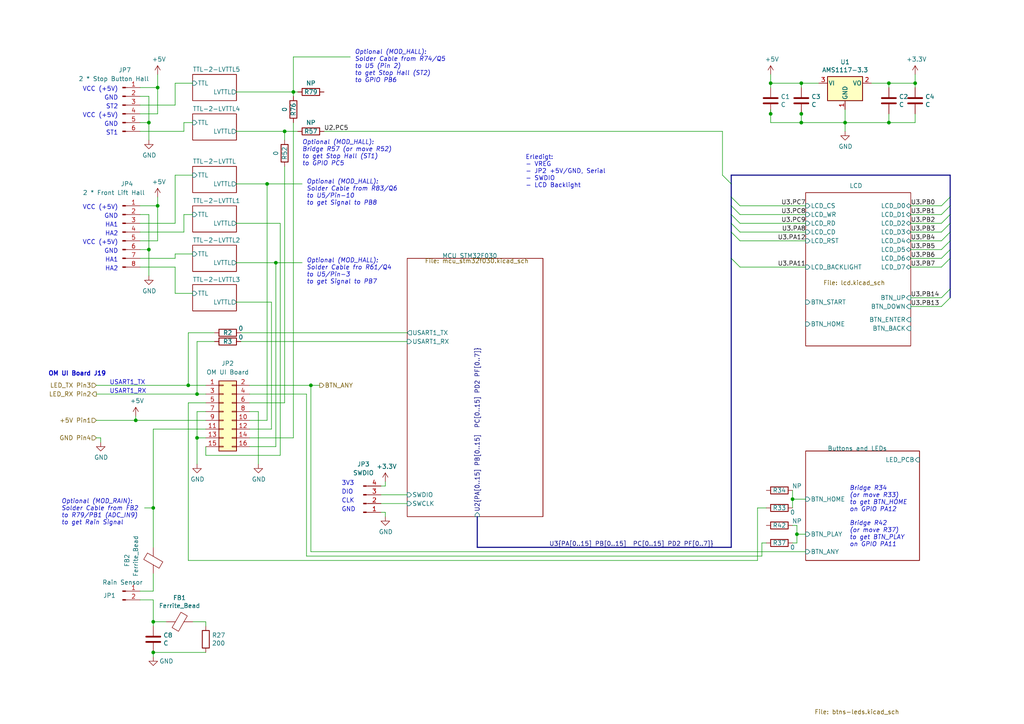
<source format=kicad_sch>
(kicad_sch (version 20211123) (generator eeschema)
  (paper "A4")
  (title_block (title "YardForce SA600H LCD CoverUI HS49067") (date "2023-08-22") (rev "0.1") (comment 1 "(c) Apehaenger") (comment 2 "For https://openmower.de") (comment 3 "PCB: WYPCB319B, WYM240128K1002") (comment 4 "LCD: WYM240128K10, 2019-12-14, HJ2818W6 A0"))
  (lib_symbols
    (symbol "Connector:Conn_01x02_Male" (pin_names (offset 1.016) hide)
      (property "Reference" "J" (at 0 2.54 0))
      (property "Value" "Conn_01x02_Male" (at 0 -5.08 0))
      (symbol "Conn_01x02_Male_1_1"
        (polyline (pts (xy 1.27 -2.54) (xy 0.8636 -2.54)) (stroke (width 0.1524)))
        (polyline (pts (xy 1.27 0) (xy 0.8636 0)) (stroke (width 0.1524)))
        (rectangle (start 0.8636 -2.413) (end 0 -2.667) (stroke (width 0.1524)) (fill (type outline)))
        (rectangle (start 0.8636 0.127) (end 0 -0.127) (stroke (width 0.1524)) (fill (type outline)))
        (pin passive line (at 5.08 0 180) (length 3.81) (name "Pin_1") (number "1"))
        (pin passive line (at 5.08 -2.54 180) (length 3.81) (name "Pin_2") (number "2"))
      )
    )
    (symbol "Connector:Conn_01x04_Male" (pin_names (offset 1.016) hide)
      (property "Reference" "J" (at 0 5.08 0))
      (property "Value" "Conn_01x04_Male" (at 0 -7.62 0))
      (symbol "Conn_01x04_Male_1_1"
        (polyline (pts (xy 1.27 -5.08) (xy 0.8636 -5.08)) (stroke (width 0.1524)))
        (polyline (pts (xy 1.27 -2.54) (xy 0.8636 -2.54)) (stroke (width 0.1524)))
        (polyline (pts (xy 1.27 0) (xy 0.8636 0)) (stroke (width 0.1524)))
        (polyline (pts (xy 1.27 2.54) (xy 0.8636 2.54)) (stroke (width 0.1524)))
        (rectangle (start 0.8636 -4.953) (end 0 -5.207) (stroke (width 0.1524)) (fill (type outline)))
        (rectangle (start 0.8636 -2.413) (end 0 -2.667) (stroke (width 0.1524)) (fill (type outline)))
        (rectangle (start 0.8636 0.127) (end 0 -0.127) (stroke (width 0.1524)) (fill (type outline)))
        (rectangle (start 0.8636 2.667) (end 0 2.413) (stroke (width 0.1524)) (fill (type outline)))
        (pin passive line (at 5.08 2.54 180) (length 3.81) (name "Pin_1") (number "1"))
        (pin passive line (at 5.08 0 180) (length 3.81) (name "Pin_2") (number "2"))
        (pin passive line (at 5.08 -2.54 180) (length 3.81) (name "Pin_3") (number "3"))
        (pin passive line (at 5.08 -5.08 180) (length 3.81) (name "Pin_4") (number "4"))
      )
    )
    (symbol "Connector:Conn_01x06_Male" (pin_names (offset 1.016) hide)
      (property "Reference" "J" (at 0 7.62 0))
      (property "Value" "Conn_01x06_Male" (at 0 -10.16 0))
      (symbol "Conn_01x06_Male_1_1"
        (polyline (pts (xy 1.27 -7.62) (xy 0.8636 -7.62)) (stroke (width 0.1524)))
        (polyline (pts (xy 1.27 -5.08) (xy 0.8636 -5.08)) (stroke (width 0.1524)))
        (polyline (pts (xy 1.27 -2.54) (xy 0.8636 -2.54)) (stroke (width 0.1524)))
        (polyline (pts (xy 1.27 0) (xy 0.8636 0)) (stroke (width 0.1524)))
        (polyline (pts (xy 1.27 2.54) (xy 0.8636 2.54)) (stroke (width 0.1524)))
        (polyline (pts (xy 1.27 5.08) (xy 0.8636 5.08)) (stroke (width 0.1524)))
        (rectangle (start 0.8636 -7.493) (end 0 -7.747) (stroke (width 0.1524)) (fill (type outline)))
        (rectangle (start 0.8636 -4.953) (end 0 -5.207) (stroke (width 0.1524)) (fill (type outline)))
        (rectangle (start 0.8636 -2.413) (end 0 -2.667) (stroke (width 0.1524)) (fill (type outline)))
        (rectangle (start 0.8636 0.127) (end 0 -0.127) (stroke (width 0.1524)) (fill (type outline)))
        (rectangle (start 0.8636 2.667) (end 0 2.413) (stroke (width 0.1524)) (fill (type outline)))
        (rectangle (start 0.8636 5.207) (end 0 4.953) (stroke (width 0.1524)) (fill (type outline)))
        (pin passive line (at 5.08 5.08 180) (length 3.81) (name "Pin_1") (number "1"))
        (pin passive line (at 5.08 2.54 180) (length 3.81) (name "Pin_2") (number "2"))
        (pin passive line (at 5.08 0 180) (length 3.81) (name "Pin_3") (number "3"))
        (pin passive line (at 5.08 -2.54 180) (length 3.81) (name "Pin_4") (number "4"))
        (pin passive line (at 5.08 -5.08 180) (length 3.81) (name "Pin_5") (number "5"))
        (pin passive line (at 5.08 -7.62 180) (length 3.81) (name "Pin_6") (number "6"))
      )
    )
    (symbol "Connector:Conn_01x08_Male" (pin_names (offset 1.016) hide)
      (property "Reference" "J" (at 0 10.16 0))
      (property "Value" "Conn_01x08_Male" (at 0 -12.7 0))
      (symbol "Conn_01x08_Male_1_1"
        (polyline (pts (xy 1.27 -10.16) (xy 0.8636 -10.16)) (stroke (width 0.1524)))
        (polyline (pts (xy 1.27 -7.62) (xy 0.8636 -7.62)) (stroke (width 0.1524)))
        (polyline (pts (xy 1.27 -5.08) (xy 0.8636 -5.08)) (stroke (width 0.1524)))
        (polyline (pts (xy 1.27 -2.54) (xy 0.8636 -2.54)) (stroke (width 0.1524)))
        (polyline (pts (xy 1.27 0) (xy 0.8636 0)) (stroke (width 0.1524)))
        (polyline (pts (xy 1.27 2.54) (xy 0.8636 2.54)) (stroke (width 0.1524)))
        (polyline (pts (xy 1.27 5.08) (xy 0.8636 5.08)) (stroke (width 0.1524)))
        (polyline (pts (xy 1.27 7.62) (xy 0.8636 7.62)) (stroke (width 0.1524)))
        (rectangle (start 0.8636 -10.033) (end 0 -10.287) (stroke (width 0.1524)) (fill (type outline)))
        (rectangle (start 0.8636 -7.493) (end 0 -7.747) (stroke (width 0.1524)) (fill (type outline)))
        (rectangle (start 0.8636 -4.953) (end 0 -5.207) (stroke (width 0.1524)) (fill (type outline)))
        (rectangle (start 0.8636 -2.413) (end 0 -2.667) (stroke (width 0.1524)) (fill (type outline)))
        (rectangle (start 0.8636 0.127) (end 0 -0.127) (stroke (width 0.1524)) (fill (type outline)))
        (rectangle (start 0.8636 2.667) (end 0 2.413) (stroke (width 0.1524)) (fill (type outline)))
        (rectangle (start 0.8636 5.207) (end 0 4.953) (stroke (width 0.1524)) (fill (type outline)))
        (rectangle (start 0.8636 7.747) (end 0 7.493) (stroke (width 0.1524)) (fill (type outline)))
        (pin passive line (at 5.08 7.62 180) (length 3.81) (name "Pin_1") (number "1"))
        (pin passive line (at 5.08 5.08 180) (length 3.81) (name "Pin_2") (number "2"))
        (pin passive line (at 5.08 2.54 180) (length 3.81) (name "Pin_3") (number "3"))
        (pin passive line (at 5.08 0 180) (length 3.81) (name "Pin_4") (number "4"))
        (pin passive line (at 5.08 -2.54 180) (length 3.81) (name "Pin_5") (number "5"))
        (pin passive line (at 5.08 -5.08 180) (length 3.81) (name "Pin_6") (number "6"))
        (pin passive line (at 5.08 -7.62 180) (length 3.81) (name "Pin_7") (number "7"))
        (pin passive line (at 5.08 -10.16 180) (length 3.81) (name "Pin_8") (number "8"))
      )
    )
    (symbol "Connector_Generic:Conn_02x08_Odd_Even" (pin_names (offset 1.016) hide)
      (property "Reference" "J" (at 1.27 10.16 0))
      (property "Value" "Conn_02x08_Odd_Even" (at 1.27 -12.7 0))
      (symbol "Conn_02x08_Odd_Even_1_1"
        (rectangle (start -1.27 -10.033) (end 0 -10.287) (stroke (width 0.1524)))
        (rectangle (start -1.27 -7.493) (end 0 -7.747) (stroke (width 0.1524)))
        (rectangle (start -1.27 -4.953) (end 0 -5.207) (stroke (width 0.1524)))
        (rectangle (start -1.27 -2.413) (end 0 -2.667) (stroke (width 0.1524)))
        (rectangle (start -1.27 0.127) (end 0 -0.127) (stroke (width 0.1524)))
        (rectangle (start -1.27 2.667) (end 0 2.413) (stroke (width 0.1524)))
        (rectangle (start -1.27 5.207) (end 0 4.953) (stroke (width 0.1524)))
        (rectangle (start -1.27 7.747) (end 0 7.493) (stroke (width 0.1524)))
        (rectangle (start -1.27 8.89) (end 3.81 -11.43) (stroke (width 0.254)) (fill (type background)))
        (rectangle (start 3.81 -10.033) (end 2.54 -10.287) (stroke (width 0.1524)))
        (rectangle (start 3.81 -7.493) (end 2.54 -7.747) (stroke (width 0.1524)))
        (rectangle (start 3.81 -4.953) (end 2.54 -5.207) (stroke (width 0.1524)))
        (rectangle (start 3.81 -2.413) (end 2.54 -2.667) (stroke (width 0.1524)))
        (rectangle (start 3.81 0.127) (end 2.54 -0.127) (stroke (width 0.1524)))
        (rectangle (start 3.81 2.667) (end 2.54 2.413) (stroke (width 0.1524)))
        (rectangle (start 3.81 5.207) (end 2.54 4.953) (stroke (width 0.1524)))
        (rectangle (start 3.81 7.747) (end 2.54 7.493) (stroke (width 0.1524)))
        (pin passive line (at -5.08 7.62 0) (length 3.81) (name "Pin_1") (number "1"))
        (pin passive line (at 7.62 -2.54 180) (length 3.81) (name "Pin_10") (number "10"))
        (pin passive line (at -5.08 -5.08 0) (length 3.81) (name "Pin_11") (number "11"))
        (pin passive line (at 7.62 -5.08 180) (length 3.81) (name "Pin_12") (number "12"))
        (pin passive line (at -5.08 -7.62 0) (length 3.81) (name "Pin_13") (number "13"))
        (pin passive line (at 7.62 -7.62 180) (length 3.81) (name "Pin_14") (number "14"))
        (pin passive line (at -5.08 -10.16 0) (length 3.81) (name "Pin_15") (number "15"))
        (pin passive line (at 7.62 -10.16 180) (length 3.81) (name "Pin_16") (number "16"))
        (pin passive line (at 7.62 7.62 180) (length 3.81) (name "Pin_2") (number "2"))
        (pin passive line (at -5.08 5.08 0) (length 3.81) (name "Pin_3") (number "3"))
        (pin passive line (at 7.62 5.08 180) (length 3.81) (name "Pin_4") (number "4"))
        (pin passive line (at -5.08 2.54 0) (length 3.81) (name "Pin_5") (number "5"))
        (pin passive line (at 7.62 2.54 180) (length 3.81) (name "Pin_6") (number "6"))
        (pin passive line (at -5.08 0 0) (length 3.81) (name "Pin_7") (number "7"))
        (pin passive line (at 7.62 0 180) (length 3.81) (name "Pin_8") (number "8"))
        (pin passive line (at -5.08 -2.54 0) (length 3.81) (name "Pin_9") (number "9"))
      )
    )
    (symbol "Device:C" (pin_numbers hide) (pin_names (offset 0.254))
      (property "Reference" "C" (at 0.635 2.54 0))
      (property "Value" "C" (at 0.635 -2.54 0))
      (symbol "C_0_1"
        (polyline (pts (xy -2.032 -0.762) (xy 2.032 -0.762)) (stroke (width 0.508)))
        (polyline (pts (xy -2.032 0.762) (xy 2.032 0.762)) (stroke (width 0.508)))
      )
      (symbol "C_1_1"
        (pin passive line (at 0 3.81 270) (length 2.794) (name "~") (number "1"))
        (pin passive line (at 0 -3.81 90) (length 2.794) (name "~") (number "2"))
      )
    )
    (symbol "Device:Ferrite_Bead" (pin_numbers hide) (pin_names (offset 0))
      (property "Reference" "FB" (at -3.81 0.635 90))
      (property "Value" "Device_Ferrite_Bead" (at 3.81 0 90))
      (symbol "Ferrite_Bead_0_1"
        (polyline (pts (xy 0 -1.27) (xy 0 -1.2192)))
        (polyline (pts (xy 0 1.27) (xy 0 1.2954)))
        (polyline (pts (xy -2.7686 0.4064) (xy -1.7018 2.2606) (xy 2.7686 -0.3048) (xy 1.6764 -2.159) (xy -2.7686 0.4064)))
      )
      (symbol "Ferrite_Bead_1_1"
        (pin passive line (at 0 3.81 270) (length 2.54) (name "~") (number "1"))
        (pin passive line (at 0 -3.81 90) (length 2.54) (name "~") (number "2"))
      )
    )
    (symbol "Device:R" (pin_numbers hide) (pin_names (offset 0))
      (property "Reference" "R" (at 2.032 0 90))
      (property "Value" "R" (at 0 0 90))
      (symbol "R_0_1"
        (rectangle (start -1.016 -2.54) (end 1.016 2.54) (stroke (width 0.254)))
      )
      (symbol "R_1_1"
        (pin passive line (at 0 3.81 270) (length 1.27) (name "~") (number "1"))
        (pin passive line (at 0 -3.81 90) (length 1.27) (name "~") (number "2"))
      )
    )
    (symbol "Regulator_Linear:AMS1117-3.3" (pin_names (offset 0.254))
      (property "Reference" "U" (at -3.81 3.175 0))
      (property "Value" "AMS1117-3.3" (at 0 3.175 0))
      (symbol "AMS1117-3.3_0_1"
        (rectangle (start -5.08 -5.08) (end 5.08 1.905) (stroke (width 0.254)) (fill (type background)))
      )
      (symbol "AMS1117-3.3_1_1"
        (pin power_in line (at 0 -7.62 90) (length 2.54) (name "GND") (number "1"))
        (pin power_out line (at 7.62 0 180) (length 2.54) (name "VO") (number "2"))
        (pin power_in line (at -7.62 0 0) (length 2.54) (name "VI") (number "3"))
      )
    )
    (symbol "power:+3.3V" (power) (pin_names (offset 0))
      (property "Value" "+3.3V" (at 0 3.556 0))
      (symbol "+3.3V_0_1"
        (polyline (pts (xy -0.762 1.27) (xy 0 2.54)))
        (polyline (pts (xy 0 0) (xy 0 2.54)))
        (polyline (pts (xy 0 2.54) (xy 0.762 1.27)))
      )
      (symbol "+3.3V_1_1"
        (pin power_in line (at 0 0 90) (length 0) hide (name "+3.3V") (number "1"))
      )
    )
    (symbol "power:+5V" (power) (pin_names (offset 0))
      (property "Value" "+5V" (at 0 3.556 0))
      (symbol "+5V_0_1"
        (polyline (pts (xy -0.762 1.27) (xy 0 2.54)))
        (polyline (pts (xy 0 0) (xy 0 2.54)))
        (polyline (pts (xy 0 2.54) (xy 0.762 1.27)))
      )
      (symbol "+5V_1_1"
        (pin power_in line (at 0 0 90) (length 0) hide (name "+5V") (number "1"))
      )
    )
    (symbol "power:GND" (power) (pin_names (offset 0))
      (property "Value" "GND" (at 0 -3.81 0))
      (symbol "GND_0_1"
        (polyline (pts (xy 0 0) (xy 0 -1.27) (xy 1.27 -1.27) (xy 0 -2.54) (xy -1.27 -1.27) (xy 0 -1.27)))
      )
      (symbol "GND_1_1"
        (pin power_in line (at 0 0 270) (length 0) hide (name "GND") (number "1"))
      )
    )
  )
  (junction (at 223.52 33.02))
  (junction (at 45.72 25.4))
  (junction (at 57.15 114.3))
  (junction (at 231.14 154.94))
  (junction (at 57.15 127))
  (junction (at 77.47 53.34))
  (junction (at 80.01 76.2))
  (junction (at 245.11 35.56))
  (junction (at 232.41 35.56))
  (junction (at 85.09 26.67))
  (junction (at 39.37 121.92))
  (junction (at 82.55 38.1))
  (junction (at 257.81 35.56))
  (junction (at 257.81 24.13))
  (junction (at 232.41 24.13))
  (junction (at 90.17 111.76))
  (junction (at 44.45 189.23))
  (junction (at 54.61 111.76))
  (junction (at 265.43 24.13))
  (junction (at 229.87 144.78))
  (junction (at 43.18 35.56))
  (junction (at 45.72 59.69))
  (junction (at 232.41 33.02))
  (junction (at 44.45 147.32))
  (junction (at 43.18 72.39))
  (junction (at 223.52 24.13))
  (junction (at 44.45 180.34))
  (bus_entry (at 275.59 67.31) (size -2.54 2.54))
  (bus_entry (at 212.09 74.93) (size 2.54 2.54))
  (bus_entry (at 275.59 72.39) (size -2.54 2.54))
  (bus_entry (at 275.59 64.77) (size -2.54 2.54))
  (bus_entry (at 212.09 57.15) (size 2.54 2.54))
  (bus_entry (at 212.09 53.34) (size -2.54 -2.54))
  (bus_entry (at 273.05 86.36) (size 2.54 -2.54))
  (bus_entry (at 212.09 67.31) (size 2.54 2.54))
  (bus_entry (at 275.59 59.69) (size -2.54 2.54))
  (bus_entry (at 212.09 64.77) (size 2.54 2.54))
  (bus_entry (at 275.59 69.85) (size -2.54 2.54))
  (bus_entry (at 273.05 64.77) (size 2.54 -2.54))
  (bus_entry (at 275.59 74.93) (size -2.54 2.54))
  (bus_entry (at 273.05 88.9) (size 2.54 -2.54))
  (bus_entry (at 212.09 59.69) (size 2.54 2.54))
  (bus_entry (at 212.09 62.23) (size 2.54 2.54))
  (bus_entry (at 275.59 57.15) (size -2.54 2.54))
  (wire (pts (xy 265.43 24.13) (xy 265.43 25.4)))
  (wire (pts (xy 90.17 111.76) (xy 90.17 160.02)))
  (bus (pts (xy 212.09 50.8) (xy 275.59 50.8)))
  (wire (pts (xy 264.16 59.69) (xy 273.05 59.69)))
  (bus (pts (xy 212.09 53.34) (xy 212.09 50.8)))
  (wire (pts (xy 57.15 114.3) (xy 59.69 114.3)))
  (wire (pts (xy 223.52 24.13) (xy 223.52 25.4)))
  (wire (pts (xy 68.58 38.1) (xy 82.55 38.1)))
  (wire (pts (xy 69.85 96.52) (xy 118.11 96.52)))
  (wire (pts (xy 219.71 162.56) (xy 219.71 147.32)))
  (bus (pts (xy 275.59 72.39) (xy 275.59 74.93)))
  (wire (pts (xy 44.45 147.32) (xy 44.45 158.75)))
  (wire (pts (xy 229.87 144.78) (xy 229.87 147.32)))
  (wire (pts (xy 41.91 147.32) (xy 44.45 147.32)))
  (wire (pts (xy 232.41 33.02) (xy 232.41 35.56)))
  (wire (pts (xy 40.64 59.69) (xy 45.72 59.69)))
  (wire (pts (xy 40.64 173.99) (xy 44.45 173.99)))
  (wire (pts (xy 68.58 76.2) (xy 80.01 76.2)))
  (wire (pts (xy 82.55 38.1) (xy 82.55 40.64)))
  (wire (pts (xy 232.41 24.13) (xy 237.49 24.13)))
  (wire (pts (xy 86.36 38.1) (xy 82.55 38.1)))
  (bus (pts (xy 275.59 64.77) (xy 275.59 67.31)))
  (wire (pts (xy 264.16 62.23) (xy 273.05 62.23)))
  (wire (pts (xy 50.8 24.13) (xy 55.88 24.13)))
  (wire (pts (xy 72.39 114.3) (xy 88.9 114.3)))
  (wire (pts (xy 264.16 67.31) (xy 273.05 67.31)))
  (wire (pts (xy 90.17 160.02) (xy 233.68 160.02)))
  (wire (pts (xy 85.09 35.56) (xy 85.09 127)))
  (wire (pts (xy 110.49 148.59) (xy 111.76 148.59)))
  (wire (pts (xy 257.81 24.13) (xy 265.43 24.13)))
  (wire (pts (xy 85.09 26.67) (xy 85.09 27.94)))
  (wire (pts (xy 68.58 53.34) (xy 77.47 53.34)))
  (bus (pts (xy 275.59 57.15) (xy 275.59 59.69)))
  (wire (pts (xy 245.11 31.75) (xy 245.11 35.56)))
  (wire (pts (xy 85.09 16.51) (xy 101.6 16.51)))
  (wire (pts (xy 50.8 50.8) (xy 55.88 50.8)))
  (wire (pts (xy 40.64 30.48) (xy 50.8 30.48)))
  (wire (pts (xy 27.94 114.3) (xy 57.15 114.3)))
  (wire (pts (xy 110.49 146.05) (xy 118.11 146.05)))
  (wire (pts (xy 264.16 77.47) (xy 273.05 77.47)))
  (wire (pts (xy 68.58 64.77) (xy 81.28 64.77)))
  (wire (pts (xy 27.94 111.76) (xy 54.61 111.76)))
  (wire (pts (xy 39.37 121.92) (xy 59.69 121.92)))
  (bus (pts (xy 212.09 59.69) (xy 212.09 57.15)))
  (wire (pts (xy 50.8 85.09) (xy 55.88 85.09)))
  (wire (pts (xy 50.8 74.93) (xy 50.8 73.66)))
  (wire (pts (xy 45.72 59.69) (xy 45.72 69.85)))
  (wire (pts (xy 223.52 33.02) (xy 223.52 35.56)))
  (wire (pts (xy 231.14 154.94) (xy 231.14 152.4)))
  (bus (pts (xy 212.09 62.23) (xy 212.09 59.69)))
  (wire (pts (xy 29.21 127) (xy 29.21 128.27)))
  (wire (pts (xy 50.8 64.77) (xy 50.8 50.8)))
  (wire (pts (xy 265.43 35.56) (xy 265.43 33.02)))
  (wire (pts (xy 232.41 35.56) (xy 245.11 35.56)))
  (wire (pts (xy 90.17 111.76) (xy 92.71 111.76)))
  (wire (pts (xy 43.18 72.39) (xy 40.64 72.39)))
  (wire (pts (xy 68.58 87.63) (xy 78.74 87.63)))
  (wire (pts (xy 54.61 96.52) (xy 54.61 111.76)))
  (wire (pts (xy 74.93 119.38) (xy 74.93 134.62)))
  (wire (pts (xy 77.47 53.34) (xy 77.47 121.92)))
  (wire (pts (xy 59.69 189.23) (xy 44.45 189.23)))
  (wire (pts (xy 110.49 143.51) (xy 118.11 143.51)))
  (wire (pts (xy 209.55 50.8) (xy 209.55 38.1)))
  (wire (pts (xy 44.45 124.46) (xy 59.69 124.46)))
  (wire (pts (xy 223.52 24.13) (xy 232.41 24.13)))
  (wire (pts (xy 44.45 124.46) (xy 44.45 147.32)))
  (wire (pts (xy 110.49 140.97) (xy 111.76 140.97)))
  (wire (pts (xy 245.11 35.56) (xy 257.81 35.56)))
  (wire (pts (xy 43.18 27.94) (xy 43.18 35.56)))
  (wire (pts (xy 59.69 116.84) (xy 54.61 116.84)))
  (wire (pts (xy 85.09 26.67) (xy 68.58 26.67)))
  (bus (pts (xy 275.59 62.23) (xy 275.59 64.77)))
  (wire (pts (xy 40.64 25.4) (xy 45.72 25.4)))
  (wire (pts (xy 72.39 111.76) (xy 90.17 111.76)))
  (wire (pts (xy 219.71 162.56) (xy 54.61 162.56)))
  (wire (pts (xy 252.73 24.13) (xy 257.81 24.13)))
  (wire (pts (xy 62.23 96.52) (xy 54.61 96.52)))
  (wire (pts (xy 257.81 35.56) (xy 265.43 35.56)))
  (wire (pts (xy 82.55 116.84) (xy 72.39 116.84)))
  (wire (pts (xy 40.64 74.93) (xy 50.8 74.93)))
  (wire (pts (xy 72.39 119.38) (xy 74.93 119.38)))
  (bus (pts (xy 275.59 83.82) (xy 275.59 86.36)))
  (wire (pts (xy 59.69 180.34) (xy 55.88 180.34)))
  (wire (pts (xy 59.69 119.38) (xy 57.15 119.38)))
  (wire (pts (xy 232.41 31.75) (xy 232.41 33.02)))
  (wire (pts (xy 80.01 76.2) (xy 87.63 76.2)))
  (wire (pts (xy 85.09 26.67) (xy 85.09 16.51)))
  (wire (pts (xy 50.8 77.47) (xy 50.8 85.09)))
  (wire (pts (xy 50.8 73.66) (xy 55.88 73.66)))
  (wire (pts (xy 231.14 157.48) (xy 231.14 154.94)))
  (wire (pts (xy 39.37 120.65) (xy 39.37 121.92)))
  (wire (pts (xy 69.85 99.06) (xy 118.11 99.06)))
  (wire (pts (xy 214.63 62.23) (xy 233.68 62.23)))
  (wire (pts (xy 57.15 127) (xy 59.69 127)))
  (wire (pts (xy 214.63 64.77) (xy 233.68 64.77)))
  (bus (pts (xy 275.59 69.85) (xy 275.59 72.39)))
  (wire (pts (xy 44.45 173.99) (xy 44.45 180.34)))
  (wire (pts (xy 77.47 121.92) (xy 72.39 121.92)))
  (wire (pts (xy 45.72 25.4) (xy 45.72 33.02)))
  (wire (pts (xy 223.52 24.13) (xy 223.52 21.59)))
  (wire (pts (xy 264.16 64.77) (xy 273.05 64.77)))
  (wire (pts (xy 53.34 67.31) (xy 53.34 62.23)))
  (wire (pts (xy 80.01 76.2) (xy 80.01 129.54)))
  (wire (pts (xy 43.18 72.39) (xy 43.18 80.01)))
  (wire (pts (xy 214.63 77.47) (xy 233.68 77.47)))
  (wire (pts (xy 45.72 69.85) (xy 40.64 69.85)))
  (wire (pts (xy 220.98 161.29) (xy 88.9 161.29)))
  (wire (pts (xy 245.11 35.56) (xy 245.11 38.1)))
  (wire (pts (xy 220.98 161.29) (xy 220.98 157.48)))
  (wire (pts (xy 40.64 171.45) (xy 44.45 171.45)))
  (wire (pts (xy 264.16 86.36) (xy 273.05 86.36)))
  (wire (pts (xy 223.52 35.56) (xy 232.41 35.56)))
  (wire (pts (xy 214.63 69.85) (xy 233.68 69.85)))
  (wire (pts (xy 53.34 35.56) (xy 55.88 35.56)))
  (wire (pts (xy 40.64 38.1) (xy 53.34 38.1)))
  (wire (pts (xy 59.69 181.61) (xy 59.69 180.34)))
  (wire (pts (xy 231.14 152.4) (xy 229.87 152.4)))
  (wire (pts (xy 45.72 57.15) (xy 45.72 59.69)))
  (wire (pts (xy 40.64 62.23) (xy 43.18 62.23)))
  (wire (pts (xy 264.16 69.85) (xy 273.05 69.85)))
  (wire (pts (xy 53.34 38.1) (xy 53.34 35.56)))
  (wire (pts (xy 59.69 132.08) (xy 59.69 129.54)))
  (wire (pts (xy 27.94 127) (xy 29.21 127)))
  (wire (pts (xy 44.45 189.23) (xy 44.45 190.5)))
  (wire (pts (xy 54.61 116.84) (xy 54.61 162.56)))
  (wire (pts (xy 44.45 181.61) (xy 44.45 180.34)))
  (wire (pts (xy 43.18 62.23) (xy 43.18 72.39)))
  (wire (pts (xy 77.47 53.34) (xy 87.63 53.34)))
  (bus (pts (xy 138.43 158.75) (xy 138.43 149.86)))
  (wire (pts (xy 85.09 26.67) (xy 86.36 26.67)))
  (wire (pts (xy 40.64 64.77) (xy 50.8 64.77)))
  (wire (pts (xy 80.01 129.54) (xy 72.39 129.54)))
  (bus (pts (xy 212.09 74.93) (xy 212.09 158.75)))
  (wire (pts (xy 44.45 166.37) (xy 44.45 171.45)))
  (wire (pts (xy 264.16 72.39) (xy 273.05 72.39)))
  (wire (pts (xy 40.64 77.47) (xy 50.8 77.47)))
  (wire (pts (xy 57.15 99.06) (xy 57.15 114.3)))
  (wire (pts (xy 220.98 157.48) (xy 222.25 157.48)))
  (wire (pts (xy 50.8 30.48) (xy 50.8 24.13)))
  (wire (pts (xy 57.15 119.38) (xy 57.15 127)))
  (wire (pts (xy 233.68 154.94) (xy 231.14 154.94)))
  (wire (pts (xy 45.72 33.02) (xy 40.64 33.02)))
  (wire (pts (xy 88.9 114.3) (xy 88.9 161.29)))
  (wire (pts (xy 45.72 21.59) (xy 45.72 25.4)))
  (wire (pts (xy 40.64 35.56) (xy 43.18 35.56)))
  (wire (pts (xy 44.45 180.34) (xy 48.26 180.34)))
  (wire (pts (xy 78.74 87.63) (xy 78.74 124.46)))
  (wire (pts (xy 232.41 25.4) (xy 232.41 24.13)))
  (wire (pts (xy 85.09 127) (xy 72.39 127)))
  (wire (pts (xy 214.63 59.69) (xy 233.68 59.69)))
  (wire (pts (xy 111.76 140.97) (xy 111.76 139.7)))
  (bus (pts (xy 275.59 50.8) (xy 275.59 57.15)))
  (wire (pts (xy 264.16 88.9) (xy 273.05 88.9)))
  (wire (pts (xy 62.23 99.06) (xy 57.15 99.06)))
  (wire (pts (xy 229.87 142.24) (xy 229.87 144.78)))
  (wire (pts (xy 78.74 124.46) (xy 72.39 124.46)))
  (bus (pts (xy 275.59 59.69) (xy 275.59 62.23)))
  (bus (pts (xy 138.43 158.75) (xy 212.09 158.75)))
  (wire (pts (xy 229.87 144.78) (xy 233.68 144.78)))
  (wire (pts (xy 214.63 67.31) (xy 233.68 67.31)))
  (wire (pts (xy 219.71 147.32) (xy 222.25 147.32)))
  (wire (pts (xy 40.64 67.31) (xy 53.34 67.31)))
  (wire (pts (xy 257.81 24.13) (xy 257.81 25.4)))
  (wire (pts (xy 223.52 31.75) (xy 223.52 33.02)))
  (wire (pts (xy 265.43 24.13) (xy 265.43 21.59)))
  (bus (pts (xy 212.09 67.31) (xy 212.09 64.77)))
  (wire (pts (xy 54.61 111.76) (xy 59.69 111.76)))
  (wire (pts (xy 209.55 38.1) (xy 93.98 38.1)))
  (bus (pts (xy 212.09 57.15) (xy 212.09 53.34)))
  (wire (pts (xy 43.18 35.56) (xy 43.18 40.64)))
  (bus (pts (xy 212.09 64.77) (xy 212.09 62.23)))
  (wire (pts (xy 111.76 148.59) (xy 111.76 149.86)))
  (wire (pts (xy 264.16 74.93) (xy 273.05 74.93)))
  (wire (pts (xy 81.28 132.08) (xy 59.69 132.08)))
  (bus (pts (xy 212.09 74.93) (xy 212.09 67.31)))
  (wire (pts (xy 82.55 48.26) (xy 82.55 116.84)))
  (bus (pts (xy 275.59 74.93) (xy 275.59 83.82)))
  (wire (pts (xy 40.64 27.94) (xy 43.18 27.94)))
  (wire (pts (xy 27.94 121.92) (xy 39.37 121.92)))
  (wire (pts (xy 53.34 62.23) (xy 55.88 62.23)))
  (wire (pts (xy 57.15 127) (xy 57.15 134.62)))
  (bus (pts (xy 275.59 67.31) (xy 275.59 69.85)))
  (wire (pts (xy 229.87 157.48) (xy 231.14 157.48)))
  (wire (pts (xy 81.28 64.77) (xy 81.28 132.08)))
  (wire (pts (xy 257.81 33.02) (xy 257.81 35.56)))
  (text "DIO" (at 99.06 143.51 0) (effects (font (size 1.27 1.27)) (justify left bottom)))
  (text "USART1_TX" (at 31.75 111.76 0) (effects (font (size 1.27 1.27)) (justify left bottom)))
  (text "HA2" (at 34.29 68.58 180) (effects (font (size 1.27 1.27)) (justify right bottom)))
  (text "3V3" (at 99.06 140.97 0) (effects (font (size 1.27 1.27)) (justify left bottom)))
  (text "OM UI Board J19" (at 13.97 109.22 0) (effects (font (size 1.27 1.27) (thickness 0.254) bold) (justify left bottom)))
  (text "CLK" (at 99.06 146.05 0) (effects (font (size 1.27 1.27)) (justify left bottom)))
  (text "VCC (+5V)" (at 34.29 71.12 180) (effects (font (size 1.27 1.27)) (justify right bottom)))
  (text "Optional (MOD_RAIN):\nSolder Cable from FB2\nto R79/PB1 (ADC_IN9)\nto get Rain Signal" (at 17.78 152.4 0) (effects (font (size 1.27 1.27) italic) (justify left bottom)))
  (text "HA1" (at 34.29 66.04 180) (effects (font (size 1.27 1.27)) (justify right bottom)))
  (text "GND" (at 34.29 36.83 180) (effects (font (size 1.27 1.27)) (justify right bottom)))
  (text "VCC (+5V)" (at 34.29 26.67 180) (effects (font (size 1.27 1.27)) (justify right bottom)))
  (text "Bridge R42\n(or move R37)\nto get BTN_PLAY\non GPIO PA11" (at 246.38 158.75 0) (effects (font (size 1.27 1.27) italic) (justify left bottom)))
  (text "GND" (at 34.29 63.5 180) (effects (font (size 1.27 1.27)) (justify right bottom)))
  (text "HA1" (at 34.29 76.2 180) (effects (font (size 1.27 1.27)) (justify right bottom)))
  (text "GND" (at 34.29 73.66 180) (effects (font (size 1.27 1.27)) (justify right bottom)))
  (text "ST1" (at 34.29 39.37 180) (effects (font (size 1.27 1.27)) (justify right bottom)))
  (text "GND" (at 99.06 148.59 0) (effects (font (size 1.27 1.27)) (justify left bottom)))
  (text "VCC (+5V)" (at 34.29 60.96 180) (effects (font (size 1.27 1.27)) (justify right bottom)))
  (text "VCC (+5V)" (at 34.29 34.29 180) (effects (font (size 1.27 1.27)) (justify right bottom)))
  (text "ST2" (at 34.29 31.75 180) (effects (font (size 1.27 1.27)) (justify right bottom)))
  (text "Bridge R34\n(or move R33)\nto get BTN_HOME\non GPIO PA12" (at 246.38 148.59 0) (effects (font (size 1.27 1.27) italic) (justify left bottom)))
  (text "Optional (MOD_HALL):\nSolder Cable from R74/Q5\nto U5 (Pin 2)\nto get Stop Hall (ST2)\nto GPIO PB6" (at 102.87 24.13 0) (effects (font (size 1.27 1.27) italic) (justify left bottom)))
  (text "GND" (at 34.29 29.21 180) (effects (font (size 1.27 1.27)) (justify right bottom)))
  (text "HA2" (at 34.29 78.74 180) (effects (font (size 1.27 1.27)) (justify right bottom)))
  (text "Optional (MOD_HALL):\nSolder Cable from R83/Q6\nto U5/Pin-10\nto get Signal to PB8" (at 88.9 59.69 0) (effects (font (size 1.27 1.27) italic) (justify left bottom)))
  (text "USART1_RX" (at 31.75 114.3 0) (effects (font (size 1.27 1.27)) (justify left bottom)))
  (text "Optional (MOD_HALL):\nSolder Cable fro R61/Q4\nto U5/Pin-3\nto get Signal to PB7" (at 88.9 82.55 0) (effects (font (size 1.27 1.27) italic) (justify left bottom)))
  (text "Optional (MOD_HALL):\nBridge R57 (or move R52)\nto get Stop Hall (ST1)\nto GPIO PC5" (at 87.63 48.26 0) (effects (font (size 1.27 1.27) italic) (justify left bottom)))
  (text "Erledigt:\n- VREG\n- JP2 +5V/GND, Serial\n- SWDIO\n- LCD Backlight" (at 152.4 54.61 0) (effects (font (size 1.27 1.27)) (justify left bottom)))
  (label "U3.PB6" (at 264.16 74.93 0))
  (label "U3.PB14" (at 264.16 86.36 0))
  (label "U3.PC8" (at 233.68 62.23 180))
  (label "U3.PB2" (at 264.16 64.77 0))
  (label "U2.PC5" (at 93.98 38.1 0))
  (label "U3.PC7" (at 233.68 59.69 180))
  (label "U3.PB5" (at 264.16 72.39 0))
  (label "U3{PA[0..15] PB[0..15]  PC[0..15] PD2 PF[0..7]}" (at 207.01 158.75 180))
  (label "U3.PB4" (at 264.16 69.85 0))
  (label "U3.PB7" (at 264.16 77.47 0))
  (label "U3.PA8" (at 233.68 67.31 180))
  (label "U3.PC9" (at 233.68 64.77 180))
  (label "U3.PB13" (at 264.16 88.9 0))
  (label "U3.PB3" (at 264.16 67.31 0))
  (label "U3.PB0" (at 264.16 59.69 0))
  (label "U3.PB1" (at 264.16 62.23 0))
  (label "U3.PA12" (at 233.68 69.85 180))
  (label "U3.PA11" (at 233.68 77.47 180))
  (hierarchical_label "GND Pin4" (shape input) (at 27.94 127 180))
  (hierarchical_label "LED_TX Pin3" (shape input) (at 27.94 111.76 180))
  (hierarchical_label "BTN_ANY" (shape output) (at 92.71 111.76 0))
  (hierarchical_label "LED_RX Pin2" (shape output) (at 27.94 114.3 180))
  (hierarchical_label "+5V Pin1" (shape input) (at 27.94 121.92 180))
  (symbol (lib_id "Device:R") (at 85.09 31.75 180) (unit 1) (in_bom no) (on_board no)
    (property "Reference" "R76" (at 85.09 31.75 90))
    (property "Value" "0" (at 82.55 31.75 90))
  )
  (symbol (lib_id "Connector:Conn_01x04_Male") (at 105.41 146.05 0) (mirror x) (unit 1)
    (property "Reference" "JP3" (at 105.41 134.62 0))
    (property "Value" "SWDIO" (at 105.41 137.16 0))
  )
  (symbol (lib_id "Device:Ferrite_Bead") (at 44.45 162.56 180) (unit 1)
    (property "Reference" "FB2" (at 36.83 162.56 90))
    (property "Value" "Ferrite_Bead" (at 39.37 161.29 90))
  )
  (symbol (lib_id "power:+5V") (at 39.37 120.65 0) (unit 1)
    (property "Reference" "#PWR?" (effects hide))
    (property "Value" "+5V" (at 39.751 116.2558 0))
  )
  (symbol (lib_id "Device:C") (at 265.43 29.21 0) (unit 1)
    (property "Reference" "C4" (at 268.351 28.0416 0) (effects (justify left)))
    (property "Value" "C" (at 268.351 30.353 0) (effects (justify left)))
  )
  (symbol (lib_id "Device:C") (at 232.41 29.21 0) (unit 1)
    (property "Reference" "C3" (at 235.331 28.0416 0) (effects (justify left)))
    (property "Value" "C" (at 235.331 30.353 0) (effects (justify left)))
  )
  (symbol (lib_id "power:GND") (at 43.18 40.64 0) (unit 1)
    (property "Reference" "#PWR?" (effects hide))
    (property "Value" "GND" (at 43.307 45.0342 0))
  )
  (symbol (lib_id "Connector_Generic:Conn_02x08_Odd_Even") (at 64.77 119.38 0) (unit 1)
    (property "Reference" "JP2" (at 66.04 105.41 0))
    (property "Value" "OM UI Board" (at 66.04 107.95 0))
  )
  (symbol (lib_id "Device:R") (at 59.69 185.42 0) (unit 1)
    (property "Reference" "R27" (at 61.468 184.2516 0) (effects (justify left)))
    (property "Value" "200" (at 61.468 186.563 0) (effects (justify left)))
  )
  (symbol (lib_id "Device:R") (at 226.06 147.32 270) (unit 1)
    (property "Reference" "R33" (at 226.06 147.32 90))
    (property "Value" "0" (at 229.87 148.59 90))
  )
  (symbol (lib_id "Regulator_Linear:AMS1117-3.3") (at 245.11 24.13 0) (unit 1)
    (property "Reference" "U1" (at 245.11 17.9832 0))
    (property "Value" "AMS1117-3.3" (at 245.11 20.2946 0))
    (property "Footprint" "Package_TO_SOT_SMD:SOT-223-3_TabPin2" (effects hide))
    (property "Datasheet" "http://www.advanced-monolithic.com/pdf/ds1117.pdf" (effects hide))
  )
  (symbol (lib_id "power:+5V") (at 45.72 21.59 0) (unit 1)
    (property "Reference" "#PWR?" (effects hide))
    (property "Value" "+5V" (at 46.101 17.1958 0))
  )
  (symbol (lib_id "power:GND") (at 43.18 80.01 0) (unit 1)
    (property "Reference" "#PWR?" (effects hide))
    (property "Value" "GND" (at 43.307 84.4042 0))
  )
  (symbol (lib_id "Device:R") (at 66.04 96.52 270) (unit 1)
    (property "Reference" "R2" (at 66.04 96.52 90))
    (property "Value" "0" (at 69.85 95.25 90))
  )
  (symbol (lib_id "Device:R") (at 226.06 157.48 270) (unit 1)
    (property "Reference" "R37" (at 226.06 157.48 90))
    (property "Value" "0" (at 229.87 158.75 90))
  )
  (symbol (lib_id "Device:C") (at 44.45 185.42 0) (unit 1)
    (property "Reference" "C8" (at 47.371 184.2516 0) (effects (justify left)))
    (property "Value" "C" (at 47.371 186.563 0) (effects (justify left)))
  )
  (symbol (lib_id "Device:R") (at 66.04 99.06 270) (unit 1)
    (property "Reference" "R3" (at 66.04 99.06 90))
    (property "Value" "0" (at 69.85 97.79 90))
  )
  (symbol (lib_id "power:+3.3V") (at 111.76 139.7 0) (unit 1)
    (property "Reference" "#PWR?" (effects hide))
    (property "Value" "+3.3V" (at 112.141 135.3058 0))
  )
  (symbol (lib_id "power:+3.3V") (at 265.43 21.59 0) (unit 1)
    (property "Reference" "#PWR?" (effects hide))
    (property "Value" "+3.3V" (at 265.811 17.1958 0))
  )
  (symbol (lib_id "power:GND") (at 74.93 134.62 0) (unit 1)
    (property "Reference" "#PWR?" (effects hide))
    (property "Value" "GND" (at 75.057 139.0142 0))
  )
  (symbol (lib_id "power:+5V") (at 223.52 21.59 0) (unit 1)
    (property "Reference" "#PWR?" (effects hide))
    (property "Value" "+5V" (at 223.901 17.1958 0))
  )
  (symbol (lib_id "Connector:Conn_01x06_Male") (at 35.56 30.48 0) (unit 1)
    (property "Reference" "JP7" (at 36.195 20.32 0))
    (property "Value" "2 * Stop Button Hall" (at 33.02 22.86 0))
  )
  (symbol (lib_id "power:GND") (at 57.15 134.62 0) (unit 1)
    (property "Reference" "#PWR?" (effects hide))
    (property "Value" "GND" (at 57.277 139.0142 0))
  )
  (symbol (lib_id "Device:C") (at 223.52 29.21 0) (unit 1)
    (property "Reference" "C1" (at 226.441 28.0416 0) (effects (justify left)))
    (property "Value" "C" (at 226.441 30.353 0) (effects (justify left)))
  )
  (symbol (lib_id "power:GND") (at 111.76 149.86 0) (unit 1)
    (property "Reference" "#PWR?" (effects hide))
    (property "Value" "GND" (at 111.887 154.2542 0))
  )
  (symbol (lib_id "power:+5V") (at 45.72 57.15 0) (unit 1)
    (property "Reference" "#PWR?" (effects hide))
    (property "Value" "+5V" (at 46.101 52.7558 0))
  )
  (symbol (lib_id "power:GND") (at 29.21 128.27 0) (unit 1)
    (property "Reference" "#PWR?" (effects hide))
    (property "Value" "GND" (at 29.337 132.6642 0))
  )
  (symbol (lib_id "Device:C") (at 257.81 29.21 0) (unit 1)
    (property "Reference" "C2" (at 260.731 28.0416 0) (effects (justify left)))
    (property "Value" "C" (at 260.731 30.353 0) (effects (justify left)))
  )
  (symbol (lib_id "power:GND") (at 245.11 38.1 0) (unit 1)
    (property "Reference" "#PWR?" (effects hide))
    (property "Value" "GND" (at 245.237 42.4942 0))
  )
  (symbol (lib_id "Device:R") (at 90.17 26.67 270) (unit 1) (in_bom no) (on_board no)
    (property "Reference" "R79" (at 90.17 26.67 90))
    (property "Value" "NP" (at 90.17 24.13 90))
  )
  (symbol (lib_id "Device:R") (at 226.06 152.4 90) (unit 1)
    (property "Reference" "R42" (at 226.06 152.4 90))
    (property "Value" "NP" (at 231.14 151.13 90))
  )
  (symbol (lib_id "Device:Ferrite_Bead") (at 52.07 180.34 270) (unit 1)
    (property "Reference" "FB1" (at 52.07 173.3804 90))
    (property "Value" "Ferrite_Bead" (at 52.07 175.6918 90))
  )
  (symbol (lib_id "Device:R") (at 82.55 44.45 180) (unit 1) (in_bom no) (on_board no)
    (property "Reference" "R52" (at 82.55 44.45 90))
    (property "Value" "0" (at 80.01 44.45 90))
  )
  (symbol (lib_id "Device:R") (at 226.06 142.24 90) (unit 1)
    (property "Reference" "R34" (at 226.06 142.24 90))
    (property "Value" "NP" (at 231.14 140.97 90))
  )
  (symbol (lib_id "Connector:Conn_01x08_Male") (at 35.56 67.31 0) (unit 1)
    (property "Reference" "JP4" (at 36.83 53.34 0))
    (property "Value" "2 * Front Lift Hall" (at 33.02 55.88 0))
  )
  (symbol (lib_id "Device:R") (at 90.17 38.1 270) (unit 1) (in_bom no) (on_board no)
    (property "Reference" "R57" (at 90.17 38.1 90))
    (property "Value" "NP" (at 90.17 35.56 90))
  )
  (symbol (lib_id "power:GND") (at 44.45 190.5 0) (unit 1)
    (property "Reference" "#PWR?" (effects hide))
    (property "Value" "GND" (at 48.26 191.77 0))
  )
  (symbol (lib_id "Connector:Conn_01x02_Male") (at 35.56 171.45 0) (unit 1)
    (property "Reference" "JP1" (at 31.75 172.72 0))
    (property "Value" "Rain Sensor" (at 35.56 168.91 0))
  )
  (sheet (at 55.88 59.69) (size 12.7 7.62) (stroke (width 0.1524))
    (property "Sheet name" "TTL-2-LVTTL1" (at 55.88 58.9784 0) (effects (justify left bottom)))
    (property "Sheet file" "ttl-2-lvttl.kicad_sch" (effects hide))
    (pin "TTL" input (at 55.88 62.23 180))
    (pin "LVTTL" output (at 68.58 64.77 0))
  )
  (sheet (at 55.88 21.59) (size 12.7 7.62) (stroke (width 0.1524))
    (property "Sheet name" "TTL-2-LVTTL5" (at 55.88 20.8784 0) (effects (justify left bottom)))
    (property "Sheet file" "ttl-2-lvttl.kicad_sch" (effects hide))
    (pin "TTL" input (at 55.88 24.13 180))
    (pin "LVTTL" output (at 68.58 26.67 0))
  )
  (sheet (at 55.88 48.26) (size 12.7 7.62) (stroke (width 0.1524))
    (property "Sheet name" "TTL-2-LVTTL" (at 55.88 47.5484 0) (effects (justify left bottom)))
    (property "Sheet file" "ttl-2-lvttl.kicad_sch" (effects hide))
    (pin "TTL" input (at 55.88 50.8 180))
    (pin "LVTTL" output (at 68.58 53.34 0))
  )
  (sheet (at 118.11 74.93) (size 39.37 74.93) (stroke (width 0.1524))
    (property "Sheet name" "MCU STM32F030" (at 128.27 74.93 0) (effects (justify left bottom)))
    (property "Sheet file" "mcu_stm32f030.kicad_sch" (at 123.19 74.93 0) (effects (justify left top)))
    (pin "USART1_TX" output (at 118.11 96.52 180))
    (pin "USART1_RX" input (at 118.11 99.06 180))
    (pin "SWDIO" input (at 118.11 143.51 180))
    (pin "SWCLK" input (at 118.11 146.05 180))
    (pin "U2{PA[0..15] PB[0..15]  PC[0..15] PD2 PF[0..7]}" input (at 138.43 149.86 270))
  )
  (sheet (at 55.88 33.02) (size 12.7 7.62) (stroke (width 0.1524))
    (property "Sheet name" "TTL-2-LVTTL4" (at 55.88 32.3084 0) (effects (justify left bottom)))
    (property "Sheet file" "ttl-2-lvttl.kicad_sch" (effects hide))
    (pin "TTL" input (at 55.88 35.56 180))
    (pin "LVTTL" output (at 68.58 38.1 0))
  )
  (sheet (at 55.88 82.55) (size 12.7 7.62) (stroke (width 0.1524))
    (property "Sheet name" "TTL-2-LVTTL3" (at 55.88 81.8384 0) (effects (justify left bottom)))
    (property "Sheet file" "ttl-2-lvttl.kicad_sch" (effects hide))
    (pin "TTL" input (at 55.88 85.09 180))
    (pin "LVTTL" output (at 68.58 87.63 0))
  )
  (sheet (at 233.68 55.88) (size 30.48 44.45) (stroke (width 0.1524))
    (property "Sheet name" "LCD" (at 246.38 54.61 0) (effects (justify left bottom)))
    (property "Sheet file" "lcd.kicad_sch" (at 238.76 81.28 0) (effects (justify left top)))
    (pin "LCD_BACKLIGHT" input (at 233.68 77.47 180))
    (pin "LCD_CS" input (at 233.68 59.69 180))
    (pin "LCD_WR" input (at 233.68 62.23 180))
    (pin "LCD_RD" input (at 233.68 64.77 180))
    (pin "LCD_CD" input (at 233.68 67.31 180))
    (pin "LCD_RST" input (at 233.68 69.85 180))
    (pin "LCD_D0" bidirectional (at 264.16 59.69 0))
    (pin "LCD_D6" bidirectional (at 264.16 74.93 0))
    (pin "LCD_D1" bidirectional (at 264.16 62.23 0))
    (pin "LCD_D4" bidirectional (at 264.16 69.85 0))
    (pin "LCD_D2" bidirectional (at 264.16 64.77 0))
    (pin "LCD_D5" bidirectional (at 264.16 72.39 0))
    (pin "LCD_D3" bidirectional (at 264.16 67.31 0))
    (pin "LCD_D7" bidirectional (at 264.16 77.47 0))
    (pin "BTN_START" input (at 233.68 87.63 180))
    (pin "BTN_HOME" input (at 233.68 93.98 180))
    (pin "BTN_ENTER" input (at 264.16 92.71 0))
    (pin "BTN_BACK" input (at 264.16 95.25 0))
    (pin "BTN_UP" input (at 264.16 86.36 0))
    (pin "BTN_DOWN" input (at 264.16 88.9 0))
  )
  (sheet (at 233.68 130.81) (size 33.02 31.75) (stroke (width 0.1524))
    (property "Sheet name" "Buttons and LEDs" (at 240.03 130.81 0) (effects (justify left bottom)))
    (property "Sheet file" "btns-leds.kicad_sch" (at 236.22 205.74 0) (effects (justify left top)))
    (pin "BTN_PLAY" input (at 233.68 154.94 180))
    (pin "BTN_HOME" input (at 233.68 144.78 180))
    (pin "BTN_ANY" input (at 233.68 160.02 180))
    (pin "LED_PCB" input (at 266.7 133.35 0))
  )
  (sheet (at 55.88 71.12) (size 12.7 7.62) (stroke (width 0.1524))
    (property "Sheet name" "TTL-2-LVTTL2" (at 55.88 70.4084 0) (effects (justify left bottom)))
    (property "Sheet file" "ttl-2-lvttl.kicad_sch" (effects hide))
    (pin "TTL" input (at 55.88 73.66 180))
    (pin "LVTTL" output (at 68.58 76.2 0))
  )
)
</source>
